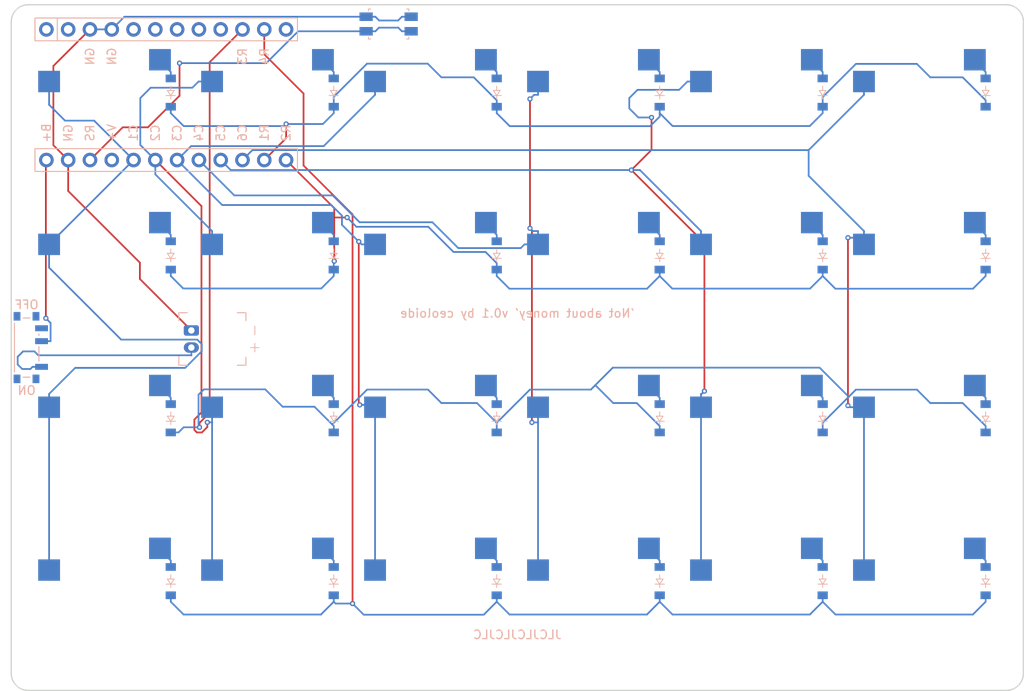
<source format=kicad_pcb>
(kicad_pcb (version 20240108) (generator "pcbnew") (generator_version "8.0")
  (title_block (title "not_about_money") (date "2024-11-14") (rev "v1.0.0") (company "Unknown"))
  (layers (0 "F.Cu" signal) (31 "B.Cu" signal) (34 "B.Paste" user) (35 "F.Paste" user) (36 "B.SilkS" user "B.Silkscreen") (37 "F.SilkS" user "F.Silkscreen") (38 "B.Mask" user) (39 "F.Mask" user) (44 "Edge.Cuts" user))
  (net 0 "")
  (net 1 "C1")
  (net 2 "c1_r4")
  (net 3 "c1_r3")
  (net 4 "c1_r2")
  (net 5 "c1_r1")
  (net 6 "C2")
  (net 7 "c2_r4")
  (net 8 "c2_r3")
  (net 9 "c2_r2")
  (net 10 "c2_r1")
  (net 11 "C3")
  (net 12 "c3_r4")
  (net 13 "c3_r3")
  (net 14 "c3_r2")
  (net 15 "c3_r1")
  (net 16 "C4")
  (net 17 "c4_r4")
  (net 18 "c4_r3")
  (net 19 "c4_r2")
  (net 20 "c4_r1")
  (net 21 "C5")
  (net 22 "c5_r4")
  (net 23 "c5_r3")
  (net 24 "c5_r2")
  (net 25 "c5_r1")
  (net 26 "C6")
  (net 27 "c6_r4")
  (net 28 "c6_r3")
  (net 29 "c6_r2")
  (net 30 "c6_r1")
  (net 31 "R4")
  (net 32 "R3")
  (net 33 "R2")
  (net 34 "R1")
  (net 35 "RAW")
  (net 36 "GND")
  (net 37 "RST")
  (net 38 "VCC")
  (net 39 "P1")
  (net 40 "P0")
  (net 41 "P2")
  (net 42 "P3")
  (net 43 "P4")
  (net 44 "P5")
  (net 45 "P6")
  (net 46 "P9")
  (net 47 "BAT_P")
  (footprint "ceoloide:mounting_hole_npth" (layer "F.Cu") (at 109.5 90.5)
    (property "Reference" "MH4" (hide yes))
    (property "Value" "")
  )
  (footprint "ceoloide:mounting_hole_npth" (layer "F.Cu") (at 128.5 52.5)
    (property "Reference" "MH1" (hide yes))
    (property "Value" "")
  )
  (footprint "ceoloide:mounting_hole_npth" (layer "F.Cu") (at 185.5 52.5)
    (property "Reference" "MH2" (hide yes))
    (property "Value" "")
  )
  (footprint "ceoloide:mounting_hole_npth" (layer "F.Cu") (at 185.5 90.5)
    (property "Reference" "MH3" (hide yes))
    (property "Value" "")
  )
  (footprint "ceoloide:mounting_hole_npth" (layer "F.Cu") (at 147.5 71.5)
    (property "Reference" "MH5" (hide yes))
    (property "Value" "")
  )
  (footprint "ceoloide:switch_mx" (layer "B.Cu") (at 100 81)
    (property "Reference" "S2" (hide yes))
    (property "Value" "")
  )
  (footprint "ceoloide:diode_tht_sod123" (layer "B.Cu") (at 126.1 60.75 90)
    (property "Reference" "D7" (hide yes))
    (property "Value" "")
  )
  (footprint "ceoloide:switch_mx" (layer "B.Cu") (at 176 62)
    (property "Reference" "S19" (hide yes))
    (property "Value" "")
  )
  (footprint "ceoloide:diode_tht_sod123" (layer "B.Cu") (at 202.1 79.75 90)
    (property "Reference" "D22" (hide yes))
    (property "Value" "")
  )
  (footprint "ceoloide:diode_tht_sod123" (layer "B.Cu") (at 145.1 60.75 90)
    (property "Reference" "D11" (hide yes))
    (property "Value" "")
  )
  (footprint "ceoloide:switch_mx" (layer "B.Cu") (at 100 62)
    (property "Reference" "S3" (hide yes))
    (property "Value" "")
  )
  (footprint "ceoloide:diode_tht_sod123" (layer "B.Cu") (at 183.1 79.75 90)
    (property "Reference" "D18" (hide yes))
    (property "Value" "")
  )
  (footprint "ceoloide:switch_mx" (layer "B.Cu") (at 119 62)
    (property "Reference" "S7" (hide yes))
    (property "Value" "")
  )
  (footprint "ceoloide:switch_mx" (layer "B.Cu") (at 176 43)
    (property "Reference" "S20" (hide yes))
    (property "Value" "")
  )
  (footprint "ceoloide:diode_tht_sod123" (layer "B.Cu") (at 202.1 60.75 90)
    (property "Reference" "D23" (hide yes))
    (property "Value" "")
  )
  (footprint "ceoloide:diode_tht_sod123" (layer "B.Cu") (at 164.1 41.75 90)
    (property "Reference" "D16" (hide yes))
    (property "Value" "")
  )
  (footprint "ceoloide:diode_tht_sod123" (layer "B.Cu") (at 183.1 98.75 90)
    (property "Reference" "D17" (hide yes))
    (property "Value" "")
  )
  (footprint "ceoloide:switch_mx" (layer "B.Cu") (at 138 43)
    (property "Reference" "S12" (hide yes))
    (property "Value" "")
  )
  (footprint "ceoloide:diode_tht_sod123" (layer "B.Cu") (at 126.1 98.75 90)
    (property "Reference" "D5" (hide yes))
    (property "Value" "")
  )
  (footprint "ceoloide:diode_tht_sod123" (layer "B.Cu") (at 202.1 41.75 90)
    (property "Reference" "D24" (hide yes))
    (property "Value" "")
  )
  (footprint "ceoloide:diode_tht_sod123" (layer "B.Cu") (at 145.1 98.75 90)
    (property "Reference" "D9" (hide yes))
    (property "Value" "")
  )
  (footprint "ceoloide:reset_switch_smd_side" (layer "B.Cu") (at 132.5 33.75)
    (property "Reference" "RST1" (hide yes))
    (property "Value" "")
  )
  (footprint "ceoloide:switch_mx" (layer "B.Cu") (at 157 81)
    (property "Reference" "S14" (hide yes))
    (property "Value" "")
  )
  (footprint "ceoloide:switch_mx" (layer "B.Cu") (at 138 100)
    (property "Reference" "S9" (hide yes))
    (property "Value" "")
  )
  (footprint "ceoloide:diode_tht_sod123" (layer "B.Cu") (at 107.1 41.75 90)
    (property "Reference" "D4" (hide yes))
    (property "Value" "")
  )
  (footprint "ceoloide:switch_mx" (layer "B.Cu") (at 195 43)
    (property "Reference" "S24" (hide yes))
    (property "Value" "")
  )
  (footprint "ceoloide:diode_tht_sod123" (layer "B.Cu") (at 107.1 79.75 90)
    (property "Reference" "D2" (hide yes))
    (property "Value" "")
  )
  (footprint "ceoloide:switch_mx" (layer "B.Cu") (at 100 43)
    (property "Reference" "S4" (hide yes))
    (property "Value" "")
  )
  (footprint "ceoloide:diode_tht_sod123" (layer "B.Cu") (at 164.1 98.75 90)
    (property "Reference" "D13" (hide yes))
    (property "Value" "")
  )
  (footprint "ceoloide:diode_tht_sod123" (layer "B.Cu") (at 145.1 41.75 90)
    (property "Reference" "D12" (hide yes))
    (property "Value" "")
  )
  (footprint "ceoloide:diode_tht_sod123" (layer "B.Cu") (at 164.1 79.75 90)
    (property "Reference" "D14" (hide yes))
    (property "Value" "")
  )
  (footprint "ceoloide:switch_mx" (layer "B.Cu") (at 176 100)
    (property "Reference" "S17" (hide yes))
    (property "Value" "")
  )
  (footprint "ceoloide:diode_tht_sod123" (layer "B.Cu") (at 202.1 98.75 90)
    (property "Reference" "D21" (hide yes))
    (property "Value" "")
  )
  (footprint "ceoloide:diode_tht_sod123" (layer "B.Cu") (at 126.1 41.75 90)
    (property "Reference" "D8" (hide yes))
    (property "Value" "")
  )
  (footprint "ceoloide:switch_mx" (layer "B.Cu") (at 138 81)
    (property "Reference" "S10" (hide yes))
    (property "Value" "")
  )
  (footprint "ceoloide:switch_mx" (layer "B.Cu") (at 195 81)
    (property "Reference" "S22" (hide yes))
    (property "Value" "")
  )
  (footprint "ceoloide:switch_mx" (layer "B.Cu") (at 157 43)
    (property "Reference" "S16" (hide yes))
    (property "Value" "")
  )
  (footprint "ceoloide:switch_mx" (layer "B.Cu") (at 195 100)
    (property "Reference" "S21" (hide yes))
    (property "Value" "")
  )
  (footprint "ceoloide:diode_tht_sod123" (layer "B.Cu") (at 126.1 79.75 90)
    (property "Reference" "D6" (hide yes))
    (property "Value" "")
  )
  (footprint "ceoloide:diode_tht_sod123" (layer "B.Cu") (at 183.1 60.75 90)
    (property "Reference" "D19" (hide yes))
    (property "Value" "")
  )
  (footprint "ceoloide:switch_mx" (layer "B.Cu") (at 157 62)
    (property "Reference" "S15" (hide yes))
    (property "Value" "")
  )
  (footprint "ceoloide:battery_connector_jst_ph_2" (layer "B.Cu") (at 109.5 70.5 90)
    (property "Reference" "JST1" (hide yes))
    (property "Value" "")
  )
  (footprint "ceoloide:switch_mx" (layer "B.Cu") (at 176 81)
    (property "Reference" "S18" (hide yes))
    (property "Value" "")
  )
  (footprint "ceoloide:switch_mx" (layer "B.Cu") (at 100 100)
    (property "Reference" "S1" (hide yes))
    (property "Value" "")
  )
  (footprint "ceoloide:diode_tht_sod123" (layer "B.Cu") (at 145.1 79.75 90)
    (property "Reference" "D10" (hide yes))
    (property "Value" "")
  )
  (footprint "ceoloide:switch_mx" (layer "B.Cu") (at 119 43)
    (property "Reference" "S8" (hide yes))
    (property "Value" "")
  )
  (footprint "ceoloide:diode_tht_sod123" (layer "B.Cu") (at 164.1 60.75 90)
    (property "Reference" "D15" (hide yes))
    (property "Value" "")
  )
  (footprint "ceoloide:diode_tht_sod123" (layer "B.Cu") (at 183.1 41.75 90)
    (property "Reference" "D20" (hide yes))
    (property "Value" "")
  )
  (footprint "ceoloide:switch_mx" (layer "B.Cu") (at 138 62)
    (property "Reference" "S11" (hide yes))
    (property "Value" "")
  )
  (footprint "ceoloide:mcu_nice_nano" (layer "B.Cu") (at 105.3 42 90)
    (property "Reference" "MCU1" (hide yes))
    (property "Value" "")
  )
  (footprint "ceoloide:power_switch_smd_side" (layer "B.Cu") (at 90.3 71.5 180)
    (property "Reference" "PWR1" (hide yes))
    (property "Value" "")
  )
  (footprint "ceoloide:diode_tht_sod123" (layer "B.Cu") (at 107.1 98.75 90)
    (property "Reference" "D1" (hide yes))
    (property "Value" "")
  )
  (footprint "ceoloide:switch_mx" (layer "B.Cu") (at 119 81)
    (property "Reference" "S6" (hide yes))
    (property "Value" "")
  )
  (footprint "ceoloide:diode_tht_sod123" (layer "B.Cu") (at 107.1 60.75 90)
    (property "Reference" "D3" (hide yes))
    (property "Value" "")
  )
  (footprint "ceoloide:switch_mx" (layer "B.Cu") (at 119 100)
    (property "Reference" "S5" (hide yes))
    (property "Value" "")
  )
  (footprint "ceoloide:switch_mx" (layer "B.Cu") (at 157 100)
    (property "Reference" "S13" (hide yes))
    (property "Value" "")
  )
  (footprint "ceoloide:switch_mx" (layer "B.Cu") (at 195 62)
    (property "Reference" "S23" (hide yes))
    (property "Value" "")
  )
  (gr_line (start 206.5 33.5) (end 206.5 109.5) (stroke (width 0.15)) (layer "Edge.Cuts"))
  (gr_line (start 88.5 109.5) (end 88.5 33.5) (stroke (width 0.15)) (layer "Edge.Cuts"))
  (gr_line (start 204.5 111.5) (end 90.5 111.5) (stroke (width 0.15)) (layer "Edge.Cuts"))
  (gr_arc (start 206.5 109.5) (mid 205.914214 110.914214) (end 204.5 111.5) (stroke (width 0.15)) (layer "Edge.Cuts"))
  (gr_line (start 90.5 31.5) (end 204.5 31.5) (stroke (width 0.15)) (layer "Edge.Cuts"))
  (gr_arc (start 90.5 111.5) (mid 89.085786 110.914214) (end 88.5 109.5) (stroke (width 0.15)) (layer "Edge.Cuts"))
  (gr_arc (start 204.5 31.5) (mid 205.914214 32.085786) (end 206.5 33.5) (stroke (width 0.15)) (layer "Edge.Cuts"))
  (gr_arc (start 88.5 33.5) (mid 89.085786 32.085786) (end 90.5 31.5) (stroke (width 0.15)) (layer "Edge.Cuts"))
  (gr_text "'Not about money' v0.1 by ceoloide" (at 147.5 67.5 0) (layer "B.SilkS") (effects (font (size 1 1)) (justify mirror)))
  (gr_text "JLCJLCJLCJLC" (at 147.5 105 0) (layer "B.SilkS") (effects (font (size 1 1)) (justify mirror)))
  (segment (start 110.7172 71.9273) (end 108.7762 73.8683) (width 0.2) (layer "B.Cu") (net 1))
  (segment (start 108.7762 73.8683) (end 95.955 73.8683) (width 0.2) (layer "B.Cu") (net 1))
  (segment (start 92.915 62.1724) (end 101.3119 70.5693) (width 0.2) (layer "B.Cu") (net 1))
  (segment (start 101.3119 70.5693) (end 110.1858 70.5693) (width 0.2) (layer "B.Cu") (net 1))
  (segment (start 94.7691 45.0242) (end 98.1642 45.0242) (width 0.2) (layer "B.Cu") (net 1))
  (segment (start 110.1858 70.5693) (end 110.7172 71.1007) (width 0.2) (layer "B.Cu") (net 1))
  (segment (start 98.1642 45.0242) (end 102.76 49.62) (width 0.2) (layer "B.Cu") (net 1))
  (segment (start 92.92 59.46) (end 92.915 59.46) (width 0.2) (layer "B.Cu") (net 1))
  (segment (start 110.7172 71.1007) (end 110.7172 71.9273) (width 0.2) (layer "B.Cu") (net 1))
  (segment (start 95.955 73.8683) (end 92.915 76.9083) (width 0.2) (layer "B.Cu") (net 1))
  (segment (start 102.76 49.62) (end 92.92 59.46) (width 0.2) (layer "B.Cu") (net 1))
  (segment (start 92.915 97.46) (end 92.915 78.46) (width 0.2) (layer "B.Cu") (net 1))
  (segment (start 92.915 40.46) (end 92.915 43.1701) (width 0.2) (layer "B.Cu") (net 1))
  (segment (start 92.915 59.46) (end 92.915 62.1724) (width 0.2) (layer "B.Cu") (net 1))
  (segment (start 92.915 43.1701) (end 94.7691 45.0242) (width 0.2) (layer "B.Cu") (net 1))
  (segment (start 92.915 78.46) (end 92.915 76.9083) (width 0.2) (layer "B.Cu") (net 1))
  (segment (start 105.842 95.0903) (end 105.842 94.92) (width 0.2) (layer "B.Cu") (net 2))
  (segment (start 107.1 96.3483) (end 105.842 95.0903) (width 0.2) (layer "B.Cu") (net 2))
  (segment (start 107.1 97.1) (end 107.1 96.3483) (width 0.2) (layer "B.Cu") (net 2))
  (segment (start 107.1 78.1) (end 107.1 77.3483) (width 0.2) (layer "B.Cu") (net 3))
  (segment (start 105.842 76.0903) (end 105.842 75.92) (width 0.2) (layer "B.Cu") (net 3))
  (segment (start 107.1 77.3483) (end 105.842 76.0903) (width 0.2) (layer "B.Cu") (net 3))
  (segment (start 107.1 58.3483) (end 105.842 57.0903) (width 0.2) (layer "B.Cu") (net 4))
  (segment (start 107.1 59.1) (end 107.1 58.3483) (width 0.2) (layer "B.Cu") (net 4))
  (segment (start 105.842 57.0903) (end 105.842 56.92) (width 0.2) (layer "B.Cu") (net 4))
  (segment (start 107.1 39.3483) (end 105.842 38.0903) (width 0.2) (layer "B.Cu") (net 5))
  (segment (start 105.842 38.0903) (end 105.842 37.92) (width 0.2) (layer "B.Cu") (net 5))
  (segment (start 107.1 40.1) (end 107.1 39.3483) (width 0.2) (layer "B.Cu") (net 5))
  (segment (start 105.3 49.62) (end 110.6776 54.9976) (width 0.2) (layer "F.Cu") (net 6))
  (segment (start 111.361 80.7657) (end 111.361 80.2212) (width 0.2) (layer "F.Cu") (net 6))
  (segment (start 110.6776 54.9976) (end 110.6776 79.0724) (width 0.2) (layer "F.Cu") (net 6))
  (segment (start 110.7235 81.4032) (end 111.361 80.7657) (width 0.2) (layer "F.Cu") (net 6))
  (segment (start 109.8498 79.9002) (end 109.8498 81.1029) (width 0.2) (layer "F.Cu") (net 6))
  (segment (start 110.6776 79.0724) (end 109.8498 79.9002) (width 0.2) (layer "F.Cu") (net 6))
  (segment (start 109.8498 81.1029) (end 110.1501 81.4032) (width 0.2) (layer "F.Cu") (net 6))
  (segment (start 110.1501 81.4032) (end 110.7235 81.4032) (width 0.2) (layer "F.Cu") (net 6))
  (via (at 111.361 80.2212) (size 0.6) (drill 0.3) (layers "F.Cu" "B.Cu") (net 6))
  (segment (start 104.7567 41.1817) (end 103.5496 42.3888) (width 0.2) (layer "B.Cu") (net 6))
  (segment (start 111.915 59.46) (end 111.915 57.9083) (width 0.2) (layer "B.Cu") (net 6))
  (segment (start 103.5496 47.8696) (end 105.3 49.62) (width 0.2) (layer "B.Cu") (net 6))
  (segment (start 103.5496 42.3888) (end 103.5496 47.8696) (width 0.2) (layer "B.Cu") (net 6))
  (segment (start 109.6166 41.1817) (end 104.7567 41.1817) (width 0.2) (layer "B.Cu") (net 6))
  (segment (start 111.915 80.2212) (end 111.915 78.46) (width 0.2) (layer "B.Cu") (net 6))
  (segment (start 105.3 51.2933) (end 105.3 49.62) (width 0.2) (layer "B.Cu") (net 6))
  (segment (start 110.3383 40.46) (end 109.6166 41.1817) (width 0.2) (layer "B.Cu") (net 6))
  (segment (start 111.915 40.46) (end 110.3383 40.46) (width 0.2) (layer "B.Cu") (net 6))
  (segment (start 111.915 57.9083) (end 105.3 51.2933) (width 0.2) (layer "B.Cu") (net 6))
  (segment (start 111.361 80.2212) (end 111.915 80.2212) (width 0.2) (layer "B.Cu") (net 6))
  (segment (start 111.915 97.46) (end 111.915 80.2212) (width 0.2) (layer "B.Cu") (net 6))
  (segment (start 124.842 95.0903) (end 124.842 94.92) (width 0.2) (layer "B.Cu") (net 7))
  (segment (start 126.1 96.3483) (end 124.842 95.0903) (width 0.2) (layer "B.Cu") (net 7))
  (segment (start 126.1 97.1) (end 126.1 96.3483) (width 0.2) (layer "B.Cu") (net 7))
  (segment (start 126.1 77.3483) (end 124.842 76.0903) (width 0.2) (layer "B.Cu") (net 8))
  (segment (start 124.842 76.0903) (end 124.842 75.92) (width 0.2) (layer "B.Cu") (net 8))
  (segment (start 126.1 78.1) (end 126.1 77.3483) (width 0.2) (layer "B.Cu") (net 8))
  (segment (start 126.1 58.3483) (end 124.842 57.0903) (width 0.2) (layer "B.Cu") (net 9))
  (segment (start 124.842 57.0903) (end 124.842 56.92) (width 0.2) (layer "B.Cu") (net 9))
  (segment (start 126.1 59.1) (end 126.1 58.3483) (width 0.2) (layer "B.Cu") (net 9))
  (segment (start 124.842 38.0903) (end 124.842 37.92) (width 0.2) (layer "B.Cu") (net 10))
  (segment (start 126.1 39.3483) (end 124.842 38.0903) (width 0.2) (layer "B.Cu") (net 10))
  (segment (start 126.1 40.1) (end 126.1 39.3483) (width 0.2) (layer "B.Cu") (net 10))
  (segment (start 129.0155 78.0678) (end 129.0155 59.1372) (width 0.2) (layer "F.Cu") (net 11))
  (segment (start 129.1316 78.1839) (end 129.0155 78.0678) (width 0.2) (layer "F.Cu") (net 11))
  (via (at 129.0155 59.1372) (size 0.6) (drill 0.3) (layers "F.Cu" "B.Cu") (net 11))
  (via (at 129.1316 78.1839) (size 0.6) (drill 0.3) (layers "F.Cu" "B.Cu") (net 11))
  (segment (start 130.6389 78.1839) (end 130.915 78.46) (width 0.2) (layer "B.Cu") (net 11))
  (segment (start 124.9312 47.9955) (end 109.4645 47.9955) (width 0.2) (layer "B.Cu") (net 11))
  (segment (start 127.0542 57.1759) (end 129.0155 59.1372) (width 0.2) (layer "B.Cu") (net 11))
  (segment (start 129.0155 59.1372) (end 129.3383 59.46) (width 0.2) (layer "B.Cu") (net 11))
  (segment (start 130.915 42.0117) (end 124.9312 47.9955) (width 0.2) (layer "B.Cu") (net 11))
  (segment (start 129.1316 78.1839) (end 130.6389 78.1839) (width 0.2) (layer "B.Cu") (net 11))
  (segment (start 113.0883 54.8683) (end 125.8153 54.8683) (width 0.2) (layer "B.Cu") (net 11))
  (segment (start 125.8153 54.8683) (end 127.0542 56.1072) (width 0.2) (layer "B.Cu") (net 11))
  (segment (start 107.84 49.62) (end 113.0883 54.8683) (width 0.2) (layer "B.Cu") (net 11))
  (segment (start 127.0542 56.1072) (end 127.0542 57.1759) (width 0.2) (layer "B.Cu") (net 11))
  (segment (start 130.915 40.46) (end 130.915 42.0117) (width 0.2) (layer "B.Cu") (net 11))
  (segment (start 109.4645 47.9955) (end 107.84 49.62) (width 0.2) (layer "B.Cu") (net 11))
  (segment (start 130.915 59.46) (end 129.3383 59.46) (width 0.2) (layer "B.Cu") (net 11))
  (segment (start 130.915 97.46) (end 130.915 78.46) (width 0.2) (layer "B.Cu") (net 11))
  (segment (start 145.1 96.3483) (end 143.842 95.0903) (width 0.2) (layer "B.Cu") (net 12))
  (segment (start 145.1 97.1) (end 145.1 96.3483) (width 0.2) (layer "B.Cu") (net 12))
  (segment (start 143.842 95.0903) (end 143.842 94.92) (width 0.2) (layer "B.Cu") (net 12))
  (segment (start 143.842 76.0903) (end 143.842 75.92) (width 0.2) (layer "B.Cu") (net 13))
  (segment (start 145.1 77.3483) (end 143.842 76.0903) (width 0.2) (layer "B.Cu") (net 13))
  (segment (start 145.1 78.1) (end 145.1 77.3483) (width 0.2) (layer "B.Cu") (net 13))
  (segment (start 145.1 58.3483) (end 143.842 57.0903) (width 0.2) (layer "B.Cu") (net 14))
  (segment (start 145.1 59.1) (end 145.1 58.3483) (width 0.2) (layer "B.Cu") (net 14))
  (segment (start 143.842 57.0903) (end 143.842 56.92) (width 0.2) (layer "B.Cu") (net 14))
  (segment (start 143.842 38.0903) (end 143.842 37.92) (width 0.2) (layer "B.Cu") (net 15))
  (segment (start 145.1 39.3483) (end 143.842 38.0903) (width 0.2) (layer "B.Cu") (net 15))
  (segment (start 145.1 40.1) (end 145.1 39.3483) (width 0.2) (layer "B.Cu") (net 15))
  (segment (start 149.2032 57.8108) (end 149.2032 80.2313) (width 0.2) (layer "F.Cu") (net 16))
  (segment (start 148.9775 57.5851) (end 149.2032 57.8108) (width 0.2) (layer "F.Cu") (net 16))
  (segment (start 148.9775 42.4954) (end 148.9775 57.5851) (width 0.2) (layer "F.Cu") (net 16))
  (via (at 148.9775 42.4954) (size 0.6) (drill 0.3) (layers "F.Cu" "B.Cu") (net 16))
  (via (at 149.2032 80.2313) (size 0.6) (drill 0.3) (layers "F.Cu" "B.Cu") (net 16))
  (via (at 148.9775 57.5851) (size 0.6) (drill 0.3) (layers "F.Cu" "B.Cu") (net 16))
  (segment (start 149.4612 42.0117) (end 148.9775 42.4954) (width 0.2) (layer "B.Cu") (net 16))
  (segment (start 137.5988 56.8803) (end 129.1172 56.8803) (width 0.2) (layer "B.Cu") (net 16))
  (segment (start 149.915 57.9083) (end 149.3007 57.9083) (width 0.2) (layer "B.Cu") (net 16))
  (segment (start 149.915 42.0117) (end 149.4612 42.0117) (width 0.2) (layer "B.Cu") (net 16))
  (segment (start 140.6121 59.8936) (end 137.5988 56.8803) (width 0.2) (layer "B.Cu") (net 16))
  (segment (start 149.3007 57.9083) (end 148.9775 57.5851) (width 0.2) (layer "B.Cu") (net 16))
  (segment (start 114.5085 53.7485) (end 110.38 49.62) (width 0.2) (layer "B.Cu") (net 16))
  (segment (start 149.915 40.46) (end 149.915 42.0117) (width 0.2) (layer "B.Cu") (net 16))
  (segment (start 125.9854 53.7485) (end 114.5085 53.7485) (width 0.2) (layer "B.Cu") (net 16))
  (segment (start 149.915 59.46) (end 149.915 57.9083) (width 0.2) (layer "B.Cu") (net 16))
  (segment (start 148.3383 59.46) (end 147.9047 59.8936) (width 0.2) (layer "B.Cu") (net 16))
  (segment (start 129.1172 56.8803) (end 125.9854 53.7485) (width 0.2) (layer "B.Cu") (net 16))
  (segment (start 149.915 97.46) (end 149.915 80.2313) (width 0.2) (layer "B.Cu") (net 16))
  (segment (start 149.915 80.2313) (end 149.915 78.46) (width 0.2) (layer "B.Cu") (net 16))
  (segment (start 147.9047 59.8936) (end 140.6121 59.8936) (width 0.2) (layer "B.Cu") (net 16))
  (segment (start 149.915 80.2313) (end 149.2032 80.2313) (width 0.2) (layer "B.Cu") (net 16))
  (segment (start 149.915 59.46) (end 148.3383 59.46) (width 0.2) (layer "B.Cu") (net 16))
  (segment (start 162.842 95.0903) (end 162.842 94.92) (width 0.2) (layer "B.Cu") (net 17))
  (segment (start 164.1 96.3483) (end 162.842 95.0903) (width 0.2) (layer "B.Cu") (net 17))
  (segment (start 164.1 97.1) (end 164.1 96.3483) (width 0.2) (layer "B.Cu") (net 17))
  (segment (start 162.842 76.0903) (end 162.842 75.92) (width 0.2) (layer "B.Cu") (net 18))
  (segment (start 164.1 77.3483) (end 162.842 76.0903) (width 0.2) (layer "B.Cu") (net 18))
  (segment (start 164.1 78.1) (end 164.1 77.3483) (width 0.2) (layer "B.Cu") (net 18))
  (segment (start 164.1 58.3483) (end 162.842 57.0903) (width 0.2) (layer "B.Cu") (net 19))
  (segment (start 164.1 59.1) (end 164.1 58.3483) (width 0.2) (layer "B.Cu") (net 19))
  (segment (start 162.842 57.0903) (end 162.842 56.92) (width 0.2) (layer "B.Cu") (net 19))
  (segment (start 164.1 40.1) (end 164.1 39.3483) (width 0.2) (layer "B.Cu") (net 20))
  (segment (start 164.1 39.3483) (end 162.842 38.0903) (width 0.2) (layer "B.Cu") (net 20))
  (segment (start 162.842 38.0903) (end 162.842 37.92) (width 0.2) (layer "B.Cu") (net 20))
  (segment (start 163.1463 48.4382) (end 160.7975 50.787) (width 0.2) (layer "F.Cu") (net 21))
  (segment (start 160.7975 50.787) (end 169.3125 59.302) (width 0.2) (layer "F.Cu") (net 21))
  (segment (start 169.3125 59.302) (end 169.3125 76.5826) (width 0.2) (layer "F.Cu") (net 21))
  (segment (start 163.1463 44.6557) (end 163.1463 48.4382) (width 0.2) (layer "F.Cu") (net 21))
  (via (at 169.3125 76.5826) (size 0.6) (drill 0.3) (layers "F.Cu" "B.Cu") (net 21))
  (via (at 163.1463 44.6557) (size 0.6) (drill 0.3) (layers "F.Cu" "B.Cu") (net 21))
  (via (at 160.7975 50.787) (size 0.6) (drill 0.3) (layers "F.Cu" "B.Cu") (net 21))
  (segment (start 168.9868 76.9083) (end 168.915 76.9083) (width 0.2) (layer "B.Cu") (net 21))
  (segment (start 114.087 50.787) (end 160.7975 50.787) (width 0.2) (layer "B.Cu") (net 21))
  (segment (start 160.5564 42.3852) (end 160.5564 43.6006) (width 0.2) (layer "B.Cu") (net 21))
  (segment (start 167.3383 40.46) (end 166.3675 41.4308) (width 0.2) (layer "B.Cu") (net 21))
  (segment (start 161.6115 44.6557) (end 163.1463 44.6557) (width 0.2) (layer "B.Cu") (net 21))
  (segment (start 112.92 49.62) (end 114.087 50.787) (width 0.2) (layer "B.Cu") (net 21))
  (segment (start 166.3675 41.4308) (end 161.5108 41.4308) (width 0.2) (layer "B.Cu") (net 21))
  (segment (start 161.7937 50.787) (end 160.7975 50.787) (width 0.2) (layer "B.Cu") (net 21))
  (segment (start 161.5108 41.4308) (end 160.5564 42.3852) (width 0.2) (layer "B.Cu") (net 21))
  (segment (start 168.915 78.46) (end 168.915 76.9083) (width 0.2) (layer "B.Cu") (net 21))
  (segment (start 168.915 57.9083) (end 161.7937 50.787) (width 0.2) (layer "B.Cu") (net 21))
  (segment (start 168.915 59.46) (end 168.915 57.9083) (width 0.2) (layer "B.Cu") (net 21))
  (segment (start 160.5564 43.6006) (end 161.6115 44.6557) (width 0.2) (layer "B.Cu") (net 21))
  (segment (start 169.3125 76.5826) (end 168.9868 76.9083) (width 0.2) (layer "B.Cu") (net 21))
  (segment (start 168.915 97.46) (end 168.915 78.46) (width 0.2) (layer "B.Cu") (net 21))
  (segment (start 168.915 40.46) (end 167.3383 40.46) (width 0.2) (layer "B.Cu") (net 21))
  (segment (start 183.1 96.3483) (end 181.842 95.0903) (width 0.2) (layer "B.Cu") (net 22))
  (segment (start 181.842 95.0903) (end 181.842 94.92) (width 0.2) (layer "B.Cu") (net 22))
  (segment (start 183.1 97.1) (end 183.1 96.3483) (width 0.2) (layer "B.Cu") (net 22))
  (segment (start 183.1 78.1) (end 183.1 77.3483) (width 0.2) (layer "B.Cu") (net 23))
  (segment (start 181.842 76.0903) (end 181.842 75.92) (width 0.2) (layer "B.Cu") (net 23))
  (segment (start 183.1 77.3483) (end 181.842 76.0903) (width 0.2) (layer "B.Cu") (net 23))
  (segment (start 183.1 59.1) (end 183.1 58.3483) (width 0.2) (layer "B.Cu") (net 24))
  (segment (start 181.842 57.0903) (end 181.842 56.92) (width 0.2) (layer "B.Cu") (net 24))
  (segment (start 183.1 58.3483) (end 181.842 57.0903) (width 0.2) (layer "B.Cu") (net 24))
  (segment (start 183.1 39.3483) (end 181.842 38.0903) (width 0.2) (layer "B.Cu") (net 25))
  (segment (start 183.1 40.1) (end 183.1 39.3483) (width 0.2) (layer "B.Cu") (net 25))
  (segment (start 181.842 38.0903) (end 181.842 37.92) (width 0.2) (layer "B.Cu") (net 25))
  (segment (start 186.0478 78.2673) (end 186.0478 58.6841) (width 0.2) (layer "F.Cu") (net 26))
  (via (at 186.0478 78.2673) (size 0.6) (drill 0.3) (layers "F.Cu" "B.Cu") (net 26))
  (via (at 186.0478 58.6841) (size 0.6) (drill 0.3) (layers "F.Cu" "B.Cu") (net 26))
  (segment (start 186.0478 78.2673) (end 186.1456 78.2673) (width 0.2) (layer "B.Cu") (net 26))
  (segment (start 187.915 78.46) (end 186.3383 78.46) (width 0.2) (layer "B.Cu") (net 26))
  (segment (start 181.4635 51.4568) (end 187.915 57.9083) (width 0.2) (layer "B.Cu") (net 26))
  (segment (start 115.46 49.62) (end 116.6168 48.4632) (width 0.2) (layer "B.Cu") (net 26))
  (segment (start 187.915 40.46) (end 187.915 42.0117) (width 0.2) (layer "B.Cu") (net 26))
  (segment (start 181.4635 48.4632) (end 181.4635 51.4568) (width 0.2) (layer "B.Cu") (net 26))
  (segment (start 116.6168 48.4632) (end 181.4635 48.4632) (width 0.2) (layer "B.Cu") (net 26))
  (segment (start 187.915 58.6841) (end 186.0478 58.6841) (width 0.2) (layer "B.Cu") (net 26))
  (segment (start 187.915 58.6841) (end 187.915 57.9083) (width 0.2) (layer "B.Cu") (net 26))
  (segment (start 187.915 97.46) (end 187.915 78.46) (width 0.2) (layer "B.Cu") (net 26))
  (segment (start 181.4635 48.4632) (end 187.915 42.0117) (width 0.2) (layer "B.Cu") (net 26))
  (segment (start 187.915 59.46) (end 187.915 58.6841) (width 0.2) (layer "B.Cu") (net 26))
  (segment (start 186.1456 78.2673) (end 186.3383 78.46) (width 0.2) (layer "B.Cu") (net 26))
  (segment (start 202.1 96.3483) (end 200.842 95.0903) (width 0.2) (layer "B.Cu") (net 27))
  (segment (start 202.1 97.1) (end 202.1 96.3483) (width 0.2) (layer "B.Cu") (net 27))
  (segment (start 200.842 95.0903) (end 200.842 94.92) (width 0.2) (layer "B.Cu") (net 27))
  (segment (start 200.842 76.0903) (end 200.842 75.92) (width 0.2) (layer "B.Cu") (net 28))
  (segment (start 202.1 77.3483) (end 200.842 76.0903) (width 0.2) (layer "B.Cu") (net 28))
  (segment (start 202.1 78.1) (end 202.1 77.3483) (width 0.2) (layer "B.Cu") (net 28))
  (segment (start 202.1 59.1) (end 202.1 58.3483) (width 0.2) (layer "B.Cu") (net 29))
  (segment (start 202.1 58.3483) (end 200.842 57.0903) (width 0.2) (layer "B.Cu") (net 29))
  (segment (start 200.842 57.0903) (end 200.842 56.92) (width 0.2) (layer "B.Cu") (net 29))
  (segment (start 202.1 40.1) (end 202.1 39.3483) (width 0.2) (layer "B.Cu") (net 30))
  (segment (start 202.1 39.3483) (end 200.842 38.0903) (width 0.2) (layer "B.Cu") (net 30))
  (segment (start 200.842 38.0903) (end 200.842 37.92) (width 0.2) (layer "B.Cu") (net 30))
  (segment (start 122.5783 41.866) (end 122.5783 50.2554) (width 0.2) (layer "F.Cu") (net 31))
  (segment (start 128.2909 55.968) (end 128.2909 101.3643) (width 0.2) (layer "F.Cu") (net 31))
  (segment (start 122.5783 50.2554) (end 128.2909 55.968) (width 0.2) (layer "F.Cu") (net 31))
  (segment (start 118 34.38) (end 118 37.2877) (width 0.2) (layer "F.Cu") (net 31))
  (segment (start 118 37.2877) (end 122.5783 41.866) (width 0.2) (layer "F.Cu") (net 31))
  (via (at 128.2909 101.3643) (size 0.6) (drill 0.3) (layers "F.Cu" "B.Cu") (net 31))
  (segment (start 143.5861 102.6656) (end 145.1 101.1517) (width 0.2) (layer "B.Cu") (net 31))
  (segment (start 126.3126 101.3643) (end 128.2909 101.3643) (width 0.2) (layer "B.Cu") (net 31))
  (segment (start 202.1 100.4) (end 202.1 101.1517) (width 0.2) (layer "B.Cu") (net 31))
  (segment (start 146.593 102.6447) (end 162.607 102.6447) (width 0.2) (layer "B.Cu") (net 31))
  (segment (start 124.607 102.6447) (end 126.1 101.1517) (width 0.2) (layer "B.Cu") (net 31))
  (segment (start 107.1 100.4) (end 107.1 101.1517) (width 0.2) (layer "B.Cu") (net 31))
  (segment (start 181.607 102.6447) (end 183.1 101.1517) (width 0.2) (layer "B.Cu") (net 31))
  (segment (start 129.5922 102.6656) (end 143.5861 102.6656) (width 0.2) (layer "B.Cu") (net 31))
  (segment (start 145.1 100.4) (end 145.1 101.1517) (width 0.2) (layer "B.Cu") (net 31))
  (segment (start 162.607 102.6447) (end 164.1 101.1517) (width 0.2) (layer "B.Cu") (net 31))
  (segment (start 200.607 102.6447) (end 184.593 102.6447) (width 0.2) (layer "B.Cu") (net 31))
  (segment (start 164.1 100.4) (end 164.1 101.1517) (width 0.2) (layer "B.Cu") (net 31))
  (segment (start 107.1 101.1517) (end 108.593 102.6447) (width 0.2) (layer "B.Cu") (net 31))
  (segment (start 183.1 100.4) (end 183.1 101.1517) (width 0.2) (layer "B.Cu") (net 31))
  (segment (start 126.1 101.1517) (end 126.1 100.4) (width 0.2) (layer "B.Cu") (net 31))
  (segment (start 126.1 101.1517) (end 126.3126 101.3643) (width 0.2) (layer "B.Cu") (net 31))
  (segment (start 108.593 102.6447) (end 124.607 102.6447) (width 0.2) (layer "B.Cu") (net 31))
  (segment (start 202.1 101.1517) (end 200.607 102.6447) (width 0.2) (layer "B.Cu") (net 31))
  (segment (start 164.1 101.1517) (end 165.593 102.6447) (width 0.2) (layer "B.Cu") (net 31))
  (segment (start 145.1 101.1517) (end 146.593 102.6447) (width 0.2) (layer "B.Cu") (net 31))
  (segment (start 165.593 102.6447) (end 181.607 102.6447) (width 0.2) (layer "B.Cu") (net 31))
  (segment (start 184.593 102.6447) (end 183.1 101.1517) (width 0.2) (layer "B.Cu") (net 31))
  (segment (start 128.2909 101.3643) (end 129.5922 102.6656) (width 0.2) (layer "B.Cu") (net 31))
  (segment (start 111.6335 38.2065) (end 111.6335 79.0979) (width 0.2) (layer "F.Cu") (net 32))
  (segment (start 110.4516 80.2798) (end 110.4516 80.8014) (width 0.2) (layer "F.Cu") (net 32))
  (segment (start 115.46 34.38) (end 111.6335 38.2065) (width 0.2) (layer "F.Cu") (net 32))
  (segment (start 111.6335 79.0979) (end 110.4516 80.2798) (width 0.2) (layer "F.Cu") (net 32))
  (via (at 110.4516 80.8014) (size 0.6) (drill 0.3) (layers "F.Cu" "B.Cu") (net 32))
  (segment (start 107.1 81.4) (end 108.0017 81.4) (width 0.2) (layer "B.Cu") (net 32))
  (segment (start 156.5935 75.8841) (end 156.0774 76.4002) (width 0.2) (layer "B.Cu") (net 32))
  (segment (start 118.117 76.3759) (end 110.9615 76.3759) (width 0.2) (layer "B.Cu") (net 32))
  (segment (start 126.1 80.6483) (end 125.92 80.4683) (width 0.2) (layer "B.Cu") (net 32))
  (segment (start 125.92 80.4683) (end 129.9912 76.3971) (width 0.2) (layer "B.Cu") (net 32))
  (segment (start 194.0853 76.4081) (end 195.6489 77.9717) (width 0.2) (layer "B.Cu") (net 32))
  (segment (start 110.4516 80.803) (end 110.4516 80.8014) (width 0.2) (layer "B.Cu") (net 32))
  (segment (start 156.0774 76.4002) (end 148.9747 76.4002) (width 0.2) (layer "B.Cu") (net 32))
  (segment (start 158.6376 73.84) (end 156.5935 75.8841) (width 0.2) (layer "B.Cu") (net 32))
  (segment (start 110.45 80.803) (end 108.5987 80.803) (width 0.2) (layer "B.Cu") (net 32))
  (segment (start 183.1 80.2826) (end 186.1393 77.2433) (width 0.2) (layer "B.Cu") (net 32))
  (segment (start 186.1393 77.2433) (end 186.9745 76.4081) (width 0.2) (layer "B.Cu") (net 32))
  (segment (start 120.1409 78.3998) (end 118.117 76.3759) (width 0.2) (layer "B.Cu") (net 32))
  (segment (start 137.0743 76.3971) (end 138.6489 77.9717) (width 0.2) (layer "B.Cu") (net 32))
  (segment (start 125.92 80.4683) (end 123.8515 78.3998) (width 0.2) (layer "B.Cu") (net 32))
  (segment (start 123.8515 78.3998) (end 120.1409 78.3998) (width 0.2) (layer "B.Cu") (net 32))
  (segment (start 129.9912 76.3971) (end 137.0743 76.3971) (width 0.2) (layer "B.Cu") (net 32))
  (segment (start 158.681 77.9717) (end 161.4234 77.9717) (width 0.2) (layer "B.Cu") (net 32))
  (segment (start 161.4234 77.9717) (end 164.1 80.6483) (width 0.2) (layer "B.Cu") (net 32))
  (segment (start 148.9747 76.4002) (end 145.1 80.2749) (width 0.2) (layer "B.Cu") (net 32))
  (segment (start 164.1 81.4) (end 164.1 80.6483) (width 0.2) (layer "B.Cu") (net 32))
  (segment (start 156.5935 75.8841) (end 158.681 77.9717) (width 0.2) (layer "B.Cu") (net 32))
  (segment (start 110.9615 76.3759) (end 110.3383 76.9991) (width 0.2) (layer "B.Cu") (net 32))
  (segment (start 186.1393 77.2433) (end 182.7359 73.84) (width 0.2) (layer "B.Cu") (net 32))
  (segment (start 195.6489 77.9717) (end 199.4234 77.9717) (width 0.2) (layer "B.Cu") (net 32))
  (segment (start 108.5987 80.803) (end 108.0017 81.4) (width 0.2) (layer "B.Cu") (net 32))
  (segment (start 142.7968 77.9717) (end 145.1 80.2749) (width 0.2) (layer "B.Cu") (net 32))
  (segment (start 186.9745 76.4081) (end 194.0853 76.4081) (width 0.2) (layer "B.Cu") (net 32))
  (segment (start 126.1 81.4) (end 126.1 80.6483) (width 0.2) (layer "B.Cu") (net 32))
  (segment (start 110.3383 76.9991) (end 110.3383 80.6913) (width 0.2) (layer "B.Cu") (net 32))
  (segment (start 110.3383 80.6913) (end 110.45 80.803) (width 0.2) (layer "B.Cu") (net 32))
  (segment (start 110.45 80.803) (end 110.4516 80.803) (width 0.2) (layer "B.Cu") (net 32))
  (segment (start 183.1 81.4) (end 183.1 80.2826) (width 0.2) (layer "B.Cu") (net 32))
  (segment (start 138.6489 77.9717) (end 142.7968 77.9717) (width 0.2) (layer "B.Cu") (net 32))
  (segment (start 182.7359 73.84) (end 158.6376 73.84) (width 0.2) (layer "B.Cu") (net 32))
  (segment (start 199.4234 77.9717) (end 202.1 80.6483) (width 0.2) (layer "B.Cu") (net 32))
  (segment (start 202.1 81.4) (end 202.1 80.6483) (width 0.2) (layer "B.Cu") (net 32))
  (segment (start 145.1 81.4) (end 145.1 80.2749) (width 0.2) (layer "B.Cu") (net 32))
  (segment (start 120.54 49.62) (end 126.1575 55.2375) (width 0.2) (layer "F.Cu") (net 33))
  (segment (start 126.1575 56.3249) (end 127.6559 56.3249) (width 0.2) (layer "F.Cu") (net 33))
  (segment (start 126.1575 56.3249) (end 126.1575 61.4191) (width 0.2) (layer "F.Cu") (net 33))
  (segment (start 126.1575 55.2375) (end 126.1575 56.3249) (width 0.2) (layer "F.Cu") (net 33))
  (via (at 127.6559 56.3249) (size 0.6) (drill 0.3) (layers "F.Cu" "B.Cu") (net 33))
  (via (at 126.1575 61.4191) (size 0.6) (drill 0.3) (layers "F.Cu" "B.Cu") (net 33))
  (segment (start 126.1 61.4766) (end 126.1575 61.4191) (width 0.2) (layer "B.Cu") (net 33))
  (segment (start 140.06 60.3453) (end 143.797 60.3453) (width 0.2) (layer "B.Cu") (net 33))
  (segment (start 143.797 60.3453) (end 145.1 61.6483) (width 0.2) (layer "B.Cu") (net 33))
  (segment (start 145.1 62.4) (end 145.1 61.6483) (width 0.2) (layer "B.Cu") (net 33))
  (segment (start 107.1 63.1517) (end 108.5555 64.6072) (width 0.2) (layer "B.Cu") (net 33))
  (segment (start 108.5555 64.6072) (end 124.6445 64.6072) (width 0.2) (layer "B.Cu") (net 33))
  (segment (start 183.1 62.4) (end 183.1 63.1517) (width 0.2) (layer "B.Cu") (net 33))
  (segment (start 165.5679 64.6196) (end 164.1 63.1517) (width 0.2) (layer "B.Cu") (net 33))
  (segment (start 202.1 63.1517) (end 200.6223 64.6294) (width 0.2) (layer "B.Cu") (net 33))
  (segment (start 145.1 62.4) (end 145.1 63.1517) (width 0.2) (layer "B.Cu") (net 33))
  (segment (start 124.6445 64.6072) (end 126.1 63.1517) (width 0.2) (layer "B.Cu") (net 33))
  (segment (start 202.1 62.4) (end 202.1 63.1517) (width 0.2) (layer "B.Cu") (net 33))
  (segment (start 164.1 62.4) (end 164.1 63.1517) (width 0.2) (layer "B.Cu") (net 33))
  (segment (start 126.1 62.4) (end 126.1 63.1517) (width 0.2) (layer "B.Cu") (net 33))
  (segment (start 128.7393 57.4083) (end 137.123 57.4083) (width 0.2) (layer "B.Cu") (net 33))
  (segment (start 181.6321 64.6196) (end 165.5679 64.6196) (width 0.2) (layer "B.Cu") (net 33))
  (segment (start 183.1 63.1517) (end 181.6321 64.6196) (width 0.2) (layer "B.Cu") (net 33))
  (segment (start 162.6224 64.6293) (end 146.5776 64.6293) (width 0.2) (layer "B.Cu") (net 33))
  (segment (start 184.5777 64.6294) (end 183.1 63.1517) (width 0.2) (layer "B.Cu") (net 33))
  (segment (start 164.1 63.1517) (end 162.6224 64.6293) (width 0.2) (layer "B.Cu") (net 33))
  (segment (start 146.5776 64.6293) (end 145.1 63.1517) (width 0.2) (layer "B.Cu") (net 33))
  (segment (start 200.6223 64.6294) (end 184.5777 64.6294) (width 0.2) (layer "B.Cu") (net 33))
  (segment (start 107.1 62.4) (end 107.1 63.1517) (width 0.2) (layer "B.Cu") (net 33))
  (segment (start 126.1 62.4) (end 126.1 61.4766) (width 0.2) (layer "B.Cu") (net 33))
  (segment (start 127.6559 56.3249) (end 128.7393 57.4083) (width 0.2) (layer "B.Cu") (net 33))
  (segment (start 137.123 57.4083) (end 140.06 60.3453) (width 0.2) (layer "B.Cu") (net 33))
  (segment (start 120.5479 47.0721) (end 120.5479 45.4185) (width 0.2) (layer "F.Cu") (net 34))
  (segment (start 118 49.62) (end 120.5479 47.0721) (width 0.2) (layer "F.Cu") (net 34))
  (via (at 120.5479 45.4185) (size 0.6) (drill 0.3) (layers "F.Cu" "B.Cu") (net 34))
  (segment (start 181.5991 45.6526) (end 165.6009 45.6526) (width 0.2) (layer "B.Cu") (net 34))
  (segment (start 138.6489 39.9717) (end 142.4234 39.9717) (width 0.2) (layer "B.Cu") (net 34))
  (segment (start 165.6009 45.6526) (end 164.1 44.1517) (width 0.2) (layer "B.Cu") (net 34))
  (segment (start 129.9787 38.3755) (end 137.0527 38.3755) (width 0.2) (layer "B.Cu") (net 34))
  (segment (start 145.1 43.4) (end 145.1 44.1517) (width 0.2) (layer "B.Cu") (net 34))
  (segment (start 108.6074 45.6591) (end 120.3073 45.6591) (width 0.2) (layer "B.Cu") (net 34))
  (segment (start 202.1 43.4) (end 202.1 42.6483) (width 0.2) (layer "B.Cu") (net 34))
  (segment (start 183.1 44.1517) (end 181.5991 45.6526) (width 0.2) (layer "B.Cu") (net 34))
  (segment (start 137.0527 38.3755) (end 138.6489 39.9717) (width 0.2) (layer "B.Cu") (net 34))
  (segment (start 162.9849 45.668) (end 164.1 44.5529) (width 0.2) (layer "B.Cu") (net 34))
  (segment (start 195.6489 39.9717) (end 199.4234 39.9717) (width 0.2) (layer "B.Cu") (net 34))
  (segment (start 164.1 43.4) (end 164.1 44.1517) (width 0.2) (layer "B.Cu") (net 34))
  (segment (start 107.1 43.4) (end 107.1 44.1517) (width 0.2) (layer "B.Cu") (net 34))
  (segment (start 120.3073 45.6591) (end 120.5479 45.4185) (width 0.2) (layer "B.Cu") (net 34))
  (segment (start 145.1 43.4) (end 145.1 42.6483) (width 0.2) (layer "B.Cu") (net 34))
  (segment (start 126.1 43.4) (end 126.1 44.1517) (width 0.2) (layer "B.Cu") (net 34))
  (segment (start 124.8332 45.4185) (end 126.1 44.1517) (width 0.2) (layer "B.Cu") (net 34))
  (segment (start 146.6163 45.668) (end 162.9849 45.668) (width 0.2) (layer "B.Cu") (net 34))
  (segment (start 126.1 42.2542) (end 129.9787 38.3755) (width 0.2) (layer "B.Cu") (net 34))
  (segment (start 126.1 43.4) (end 126.1 42.2542) (width 0.2) (layer "B.Cu") (net 34))
  (segment (start 186.9793 38.4033) (end 194.0805 38.4033) (width 0.2) (layer "B.Cu") (net 34))
  (segment (start 164.1 44.5529) (end 164.1 44.1517) (width 0.2) (layer "B.Cu") (net 34))
  (segment (start 142.4234 39.9717) (end 145.1 42.6483) (width 0.2) (layer "B.Cu") (net 34))
  (segment (start 183.1 43.7758) (end 183.1 43.4) (width 0.2) (layer "B.Cu") (net 34))
  (segment (start 120.5479 45.4185) (end 124.8332 45.4185) (width 0.2) (layer "B.Cu") (net 34))
  (segment (start 145.1 44.1517) (end 146.6163 45.668) (width 0.2) (layer "B.Cu") (net 34))
  (segment (start 183.1 43.7758) (end 183.1 44.1517) (width 0.2) (layer "B.Cu") (net 34))
  (segment (start 107.1 44.1517) (end 108.6074 45.6591) (width 0.2) (layer "B.Cu") (net 34))
  (segment (start 183.1 43.4) (end 183.1 42.2826) (width 0.2) (layer "B.Cu") (net 34))
  (segment (start 194.0805 38.4033) (end 195.6489 39.9717) (width 0.2) (layer "B.Cu") (net 34))
  (segment (start 199.4234 39.9717) (end 202.1 42.6483) (width 0.2) (layer "B.Cu") (net 34))
  (segment (start 183.1 42.2826) (end 186.9793 38.4033) (width 0.2) (layer "B.Cu") (net 34))
  (segment (start 92.6 49.62) (end 92.5375 49.6825) (width 0.2) (layer "F.Cu") (net 35))
  (segment (start 92.5375 49.6825) (end 92.5375 68.0804) (width 0.2) (layer "F.Cu") (net 35))
  (via (at 92.5375 68.0804) (size 0.6) (drill 0.3) (layers "F.Cu" "B.Cu") (net 35))
  (segment (start 93.0867 68.6296) (end 92.5375 68.0804) (width 0.2) (layer "B.Cu") (net 35))
  (segment (start 92.035 70.75) (end 93.0867 70.75) (width 0.2) (layer "B.Cu") (net 35))
  (segment (start 93.0867 70.75) (end 93.0867 68.6296) (width 0.2) (layer "B.Cu") (net 35))
  (segment (start 103.5002 61.5943) (end 103.5002 63.5002) (width 0.2) (layer "F.Cu") (net 36))
  (segment (start 95.14 49.62) (end 95.14 53.2341) (width 0.2) (layer "F.Cu") (net 36))
  (segment (start 93.4145 38.6455) (end 93.4145 47.8945) (width 0.2) (layer "F.Cu") (net 36))
  (segment (start 93.4145 47.8945) (end 95.14 49.62) (width 0.2) (layer "F.Cu") (net 36))
  (segment (start 97.68 34.38) (end 93.4145 38.6455) (width 0.2) (layer "F.Cu") (net 36))
  (segment (start 103.5002 63.5002) (end 109.5 69.5) (width 0.2) (layer "F.Cu") (net 36))
  (segment (start 95.14 53.2341) (end 103.5002 61.5943) (width 0.2) (layer "F.Cu") (net 36))
  (segment (start 134.0483 32.9) (end 133.6062 33.3421) (width 0.2) (layer "B.Cu") (net 36))
  (segment (start 135.125 32.9) (end 134.0483 32.9) (width 0.2) (layer "B.Cu") (net 36))
  (segment (start 97.68 34.38) (end 100.22 34.38) (width 0.2) (layer "B.Cu") (net 36))
  (segment (start 129.875 32.9) (end 130.9517 32.9) (width 0.2) (layer "B.Cu") (net 36))
  (segment (start 133.6062 33.3421) (end 131.3938 33.3421) (width 0.2) (layer "B.Cu") (net 36))
  (segment (start 131.3938 33.3421) (end 130.9517 32.9) (width 0.2) (layer "B.Cu") (net 36))
  (segment (start 100.22 34.38) (end 101.7 32.9) (width 0.2) (layer "B.Cu") (net 36))
  (segment (start 101.7 32.9) (end 129.875 32.9) (width 0.2) (layer "B.Cu") (net 36))
  (segment (start 101.4951 45.8049) (end 104.4349 45.8049) (width 0.2) (layer "F.Cu") (net 37))
  (segment (start 104.4349 45.8049) (end 108.1205 42.1193) (width 0.2) (layer "F.Cu") (net 37))
  (segment (start 108.1205 42.1193) (end 108.1205 38.3161) (width 0.2) (layer "F.Cu") (net 37))
  (segment (start 97.68 49.62) (end 101.4951 45.8049) (width 0.2) (layer "F.Cu") (net 37))
  (via (at 108.1205 38.3161) (size 0.6) (drill 0.3) (layers "F.Cu" "B.Cu") (net 37))
  (segment (start 135.125 34.6) (end 134.0483 34.6) (width 0.2) (layer "B.Cu") (net 37))
  (segment (start 108.1205 38.3161) (end 118.2327 38.3161) (width 0.2) (layer "B.Cu") (net 37))
  (segment (start 129.875 34.6) (end 130.9517 34.6) (width 0.2) (layer "B.Cu") (net 37))
  (segment (start 131.3767 34.175) (end 130.9517 34.6) (width 0.2) (layer "B.Cu") (net 37))
  (segment (start 134.0483 34.6) (end 133.6233 34.175) (width 0.2) (layer "B.Cu") (net 37))
  (segment (start 121.9488 34.6) (end 129.875 34.6) (width 0.2) (layer "B.Cu") (net 37))
  (segment (start 133.6233 34.175) (end 131.3767 34.175) (width 0.2) (layer "B.Cu") (net 37))
  (segment (start 118.2327 38.3161) (end 121.9488 34.6) (width 0.2) (layer "B.Cu") (net 37))
  (segment (start 89.7796 74.0017) (end 90.7316 74.0017) (width 0.2) (layer "B.Cu") (net 47))
  (segment (start 90.7316 74.0017) (end 90.9833 73.75) (width 0.2) (layer "B.Cu") (net 47))
  (segment (start 109.5 71.5) (end 109.5 72.4017) (width 0.2) (layer "B.Cu") (net 47))
  (segment (start 91.2085 71.9488) (end 89.8813 71.9488) (width 0.2) (layer "B.Cu") (net 47))
  (segment (start 89.2491 72.581) (end 89.2491 73.4712) (width 0.2) (layer "B.Cu") (net 47))
  (segment (start 109.5 72.4017) (end 91.6614 72.4017) (width 0.2) (layer "B.Cu") (net 47))
  (segment (start 89.2491 73.4712) (end 89.7796 74.0017) (width 0.2) (layer "B.Cu") (net 47))
  (segment (start 92.035 73.75) (end 90.9833 73.75) (width 0.2) (layer "B.Cu") (net 47))
  (segment (start 91.6614 72.4017) (end 91.2085 71.9488) (width 0.2) (layer "B.Cu") (net 47))
  (segment (start 89.8813 71.9488) (end 89.2491 72.581) (width 0.2) (layer "B.Cu") (net 47))
)
</source>
